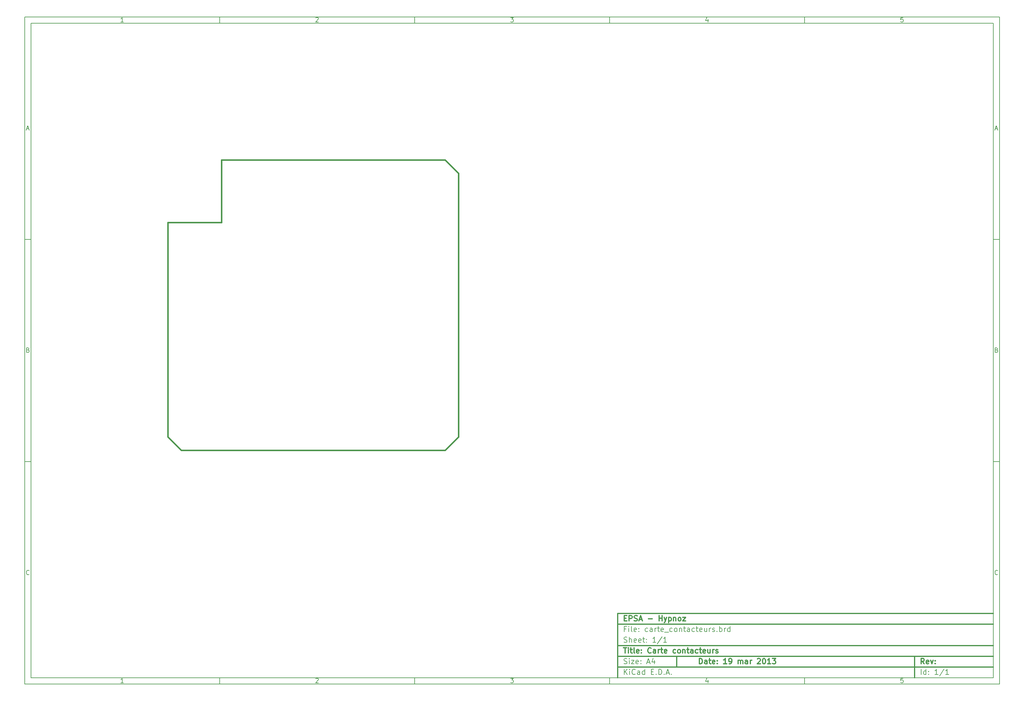
<source format=gbr>
G04 (created by PCBNEW-RS274X (2012-01-19 BZR 3256)-stable) date 19/03/2013 15:11:47*
G01*
G70*
G90*
%MOIN*%
G04 Gerber Fmt 3.4, Leading zero omitted, Abs format*
%FSLAX34Y34*%
G04 APERTURE LIST*
%ADD10C,0.006000*%
%ADD11C,0.012000*%
%ADD12C,0.015000*%
G04 APERTURE END LIST*
G54D10*
X04000Y-04000D02*
X113000Y-04000D01*
X113000Y-78670D01*
X04000Y-78670D01*
X04000Y-04000D01*
X04700Y-04700D02*
X112300Y-04700D01*
X112300Y-77970D01*
X04700Y-77970D01*
X04700Y-04700D01*
X25800Y-04000D02*
X25800Y-04700D01*
X15043Y-04552D02*
X14757Y-04552D01*
X14900Y-04552D02*
X14900Y-04052D01*
X14852Y-04124D01*
X14805Y-04171D01*
X14757Y-04195D01*
X25800Y-78670D02*
X25800Y-77970D01*
X15043Y-78522D02*
X14757Y-78522D01*
X14900Y-78522D02*
X14900Y-78022D01*
X14852Y-78094D01*
X14805Y-78141D01*
X14757Y-78165D01*
X47600Y-04000D02*
X47600Y-04700D01*
X36557Y-04100D02*
X36581Y-04076D01*
X36629Y-04052D01*
X36748Y-04052D01*
X36795Y-04076D01*
X36819Y-04100D01*
X36843Y-04148D01*
X36843Y-04195D01*
X36819Y-04267D01*
X36533Y-04552D01*
X36843Y-04552D01*
X47600Y-78670D02*
X47600Y-77970D01*
X36557Y-78070D02*
X36581Y-78046D01*
X36629Y-78022D01*
X36748Y-78022D01*
X36795Y-78046D01*
X36819Y-78070D01*
X36843Y-78118D01*
X36843Y-78165D01*
X36819Y-78237D01*
X36533Y-78522D01*
X36843Y-78522D01*
X69400Y-04000D02*
X69400Y-04700D01*
X58333Y-04052D02*
X58643Y-04052D01*
X58476Y-04243D01*
X58548Y-04243D01*
X58595Y-04267D01*
X58619Y-04290D01*
X58643Y-04338D01*
X58643Y-04457D01*
X58619Y-04505D01*
X58595Y-04529D01*
X58548Y-04552D01*
X58405Y-04552D01*
X58357Y-04529D01*
X58333Y-04505D01*
X69400Y-78670D02*
X69400Y-77970D01*
X58333Y-78022D02*
X58643Y-78022D01*
X58476Y-78213D01*
X58548Y-78213D01*
X58595Y-78237D01*
X58619Y-78260D01*
X58643Y-78308D01*
X58643Y-78427D01*
X58619Y-78475D01*
X58595Y-78499D01*
X58548Y-78522D01*
X58405Y-78522D01*
X58357Y-78499D01*
X58333Y-78475D01*
X91200Y-04000D02*
X91200Y-04700D01*
X80395Y-04219D02*
X80395Y-04552D01*
X80276Y-04029D02*
X80157Y-04386D01*
X80467Y-04386D01*
X91200Y-78670D02*
X91200Y-77970D01*
X80395Y-78189D02*
X80395Y-78522D01*
X80276Y-77999D02*
X80157Y-78356D01*
X80467Y-78356D01*
X102219Y-04052D02*
X101981Y-04052D01*
X101957Y-04290D01*
X101981Y-04267D01*
X102029Y-04243D01*
X102148Y-04243D01*
X102195Y-04267D01*
X102219Y-04290D01*
X102243Y-04338D01*
X102243Y-04457D01*
X102219Y-04505D01*
X102195Y-04529D01*
X102148Y-04552D01*
X102029Y-04552D01*
X101981Y-04529D01*
X101957Y-04505D01*
X102219Y-78022D02*
X101981Y-78022D01*
X101957Y-78260D01*
X101981Y-78237D01*
X102029Y-78213D01*
X102148Y-78213D01*
X102195Y-78237D01*
X102219Y-78260D01*
X102243Y-78308D01*
X102243Y-78427D01*
X102219Y-78475D01*
X102195Y-78499D01*
X102148Y-78522D01*
X102029Y-78522D01*
X101981Y-78499D01*
X101957Y-78475D01*
X04000Y-28890D02*
X04700Y-28890D01*
X04231Y-16510D02*
X04469Y-16510D01*
X04184Y-16652D02*
X04350Y-16152D01*
X04517Y-16652D01*
X113000Y-28890D02*
X112300Y-28890D01*
X112531Y-16510D02*
X112769Y-16510D01*
X112484Y-16652D02*
X112650Y-16152D01*
X112817Y-16652D01*
X04000Y-53780D02*
X04700Y-53780D01*
X04386Y-41280D02*
X04457Y-41304D01*
X04481Y-41328D01*
X04505Y-41376D01*
X04505Y-41447D01*
X04481Y-41495D01*
X04457Y-41519D01*
X04410Y-41542D01*
X04219Y-41542D01*
X04219Y-41042D01*
X04386Y-41042D01*
X04433Y-41066D01*
X04457Y-41090D01*
X04481Y-41138D01*
X04481Y-41185D01*
X04457Y-41233D01*
X04433Y-41257D01*
X04386Y-41280D01*
X04219Y-41280D01*
X113000Y-53780D02*
X112300Y-53780D01*
X112686Y-41280D02*
X112757Y-41304D01*
X112781Y-41328D01*
X112805Y-41376D01*
X112805Y-41447D01*
X112781Y-41495D01*
X112757Y-41519D01*
X112710Y-41542D01*
X112519Y-41542D01*
X112519Y-41042D01*
X112686Y-41042D01*
X112733Y-41066D01*
X112757Y-41090D01*
X112781Y-41138D01*
X112781Y-41185D01*
X112757Y-41233D01*
X112733Y-41257D01*
X112686Y-41280D01*
X112519Y-41280D01*
X04505Y-66385D02*
X04481Y-66409D01*
X04410Y-66432D01*
X04362Y-66432D01*
X04290Y-66409D01*
X04243Y-66361D01*
X04219Y-66313D01*
X04195Y-66218D01*
X04195Y-66147D01*
X04219Y-66051D01*
X04243Y-66004D01*
X04290Y-65956D01*
X04362Y-65932D01*
X04410Y-65932D01*
X04481Y-65956D01*
X04505Y-65980D01*
X112805Y-66385D02*
X112781Y-66409D01*
X112710Y-66432D01*
X112662Y-66432D01*
X112590Y-66409D01*
X112543Y-66361D01*
X112519Y-66313D01*
X112495Y-66218D01*
X112495Y-66147D01*
X112519Y-66051D01*
X112543Y-66004D01*
X112590Y-65956D01*
X112662Y-65932D01*
X112710Y-65932D01*
X112781Y-65956D01*
X112805Y-65980D01*
G54D11*
X79443Y-76413D02*
X79443Y-75813D01*
X79586Y-75813D01*
X79671Y-75841D01*
X79729Y-75899D01*
X79757Y-75956D01*
X79786Y-76070D01*
X79786Y-76156D01*
X79757Y-76270D01*
X79729Y-76327D01*
X79671Y-76384D01*
X79586Y-76413D01*
X79443Y-76413D01*
X80300Y-76413D02*
X80300Y-76099D01*
X80271Y-76041D01*
X80214Y-76013D01*
X80100Y-76013D01*
X80043Y-76041D01*
X80300Y-76384D02*
X80243Y-76413D01*
X80100Y-76413D01*
X80043Y-76384D01*
X80014Y-76327D01*
X80014Y-76270D01*
X80043Y-76213D01*
X80100Y-76184D01*
X80243Y-76184D01*
X80300Y-76156D01*
X80500Y-76013D02*
X80729Y-76013D01*
X80586Y-75813D02*
X80586Y-76327D01*
X80614Y-76384D01*
X80672Y-76413D01*
X80729Y-76413D01*
X81157Y-76384D02*
X81100Y-76413D01*
X80986Y-76413D01*
X80929Y-76384D01*
X80900Y-76327D01*
X80900Y-76099D01*
X80929Y-76041D01*
X80986Y-76013D01*
X81100Y-76013D01*
X81157Y-76041D01*
X81186Y-76099D01*
X81186Y-76156D01*
X80900Y-76213D01*
X81443Y-76356D02*
X81471Y-76384D01*
X81443Y-76413D01*
X81414Y-76384D01*
X81443Y-76356D01*
X81443Y-76413D01*
X81443Y-76041D02*
X81471Y-76070D01*
X81443Y-76099D01*
X81414Y-76070D01*
X81443Y-76041D01*
X81443Y-76099D01*
X82500Y-76413D02*
X82157Y-76413D01*
X82329Y-76413D02*
X82329Y-75813D01*
X82272Y-75899D01*
X82214Y-75956D01*
X82157Y-75984D01*
X82785Y-76413D02*
X82900Y-76413D01*
X82957Y-76384D01*
X82985Y-76356D01*
X83043Y-76270D01*
X83071Y-76156D01*
X83071Y-75927D01*
X83043Y-75870D01*
X83014Y-75841D01*
X82957Y-75813D01*
X82843Y-75813D01*
X82785Y-75841D01*
X82757Y-75870D01*
X82728Y-75927D01*
X82728Y-76070D01*
X82757Y-76127D01*
X82785Y-76156D01*
X82843Y-76184D01*
X82957Y-76184D01*
X83014Y-76156D01*
X83043Y-76127D01*
X83071Y-76070D01*
X83785Y-76413D02*
X83785Y-76013D01*
X83785Y-76070D02*
X83813Y-76041D01*
X83871Y-76013D01*
X83956Y-76013D01*
X84013Y-76041D01*
X84042Y-76099D01*
X84042Y-76413D01*
X84042Y-76099D02*
X84071Y-76041D01*
X84128Y-76013D01*
X84213Y-76013D01*
X84271Y-76041D01*
X84299Y-76099D01*
X84299Y-76413D01*
X84842Y-76413D02*
X84842Y-76099D01*
X84813Y-76041D01*
X84756Y-76013D01*
X84642Y-76013D01*
X84585Y-76041D01*
X84842Y-76384D02*
X84785Y-76413D01*
X84642Y-76413D01*
X84585Y-76384D01*
X84556Y-76327D01*
X84556Y-76270D01*
X84585Y-76213D01*
X84642Y-76184D01*
X84785Y-76184D01*
X84842Y-76156D01*
X85128Y-76413D02*
X85128Y-76013D01*
X85128Y-76127D02*
X85156Y-76070D01*
X85185Y-76041D01*
X85242Y-76013D01*
X85299Y-76013D01*
X85927Y-75870D02*
X85956Y-75841D01*
X86013Y-75813D01*
X86156Y-75813D01*
X86213Y-75841D01*
X86242Y-75870D01*
X86270Y-75927D01*
X86270Y-75984D01*
X86242Y-76070D01*
X85899Y-76413D01*
X86270Y-76413D01*
X86641Y-75813D02*
X86698Y-75813D01*
X86755Y-75841D01*
X86784Y-75870D01*
X86813Y-75927D01*
X86841Y-76041D01*
X86841Y-76184D01*
X86813Y-76299D01*
X86784Y-76356D01*
X86755Y-76384D01*
X86698Y-76413D01*
X86641Y-76413D01*
X86584Y-76384D01*
X86555Y-76356D01*
X86527Y-76299D01*
X86498Y-76184D01*
X86498Y-76041D01*
X86527Y-75927D01*
X86555Y-75870D01*
X86584Y-75841D01*
X86641Y-75813D01*
X87412Y-76413D02*
X87069Y-76413D01*
X87241Y-76413D02*
X87241Y-75813D01*
X87184Y-75899D01*
X87126Y-75956D01*
X87069Y-75984D01*
X87612Y-75813D02*
X87983Y-75813D01*
X87783Y-76041D01*
X87869Y-76041D01*
X87926Y-76070D01*
X87955Y-76099D01*
X87983Y-76156D01*
X87983Y-76299D01*
X87955Y-76356D01*
X87926Y-76384D01*
X87869Y-76413D01*
X87697Y-76413D01*
X87640Y-76384D01*
X87612Y-76356D01*
G54D10*
X71043Y-77613D02*
X71043Y-77013D01*
X71386Y-77613D02*
X71129Y-77270D01*
X71386Y-77013D02*
X71043Y-77356D01*
X71643Y-77613D02*
X71643Y-77213D01*
X71643Y-77013D02*
X71614Y-77041D01*
X71643Y-77070D01*
X71671Y-77041D01*
X71643Y-77013D01*
X71643Y-77070D01*
X72272Y-77556D02*
X72243Y-77584D01*
X72157Y-77613D01*
X72100Y-77613D01*
X72015Y-77584D01*
X71957Y-77527D01*
X71929Y-77470D01*
X71900Y-77356D01*
X71900Y-77270D01*
X71929Y-77156D01*
X71957Y-77099D01*
X72015Y-77041D01*
X72100Y-77013D01*
X72157Y-77013D01*
X72243Y-77041D01*
X72272Y-77070D01*
X72786Y-77613D02*
X72786Y-77299D01*
X72757Y-77241D01*
X72700Y-77213D01*
X72586Y-77213D01*
X72529Y-77241D01*
X72786Y-77584D02*
X72729Y-77613D01*
X72586Y-77613D01*
X72529Y-77584D01*
X72500Y-77527D01*
X72500Y-77470D01*
X72529Y-77413D01*
X72586Y-77384D01*
X72729Y-77384D01*
X72786Y-77356D01*
X73329Y-77613D02*
X73329Y-77013D01*
X73329Y-77584D02*
X73272Y-77613D01*
X73158Y-77613D01*
X73100Y-77584D01*
X73072Y-77556D01*
X73043Y-77499D01*
X73043Y-77327D01*
X73072Y-77270D01*
X73100Y-77241D01*
X73158Y-77213D01*
X73272Y-77213D01*
X73329Y-77241D01*
X74072Y-77299D02*
X74272Y-77299D01*
X74358Y-77613D02*
X74072Y-77613D01*
X74072Y-77013D01*
X74358Y-77013D01*
X74615Y-77556D02*
X74643Y-77584D01*
X74615Y-77613D01*
X74586Y-77584D01*
X74615Y-77556D01*
X74615Y-77613D01*
X74901Y-77613D02*
X74901Y-77013D01*
X75044Y-77013D01*
X75129Y-77041D01*
X75187Y-77099D01*
X75215Y-77156D01*
X75244Y-77270D01*
X75244Y-77356D01*
X75215Y-77470D01*
X75187Y-77527D01*
X75129Y-77584D01*
X75044Y-77613D01*
X74901Y-77613D01*
X75501Y-77556D02*
X75529Y-77584D01*
X75501Y-77613D01*
X75472Y-77584D01*
X75501Y-77556D01*
X75501Y-77613D01*
X75758Y-77441D02*
X76044Y-77441D01*
X75701Y-77613D02*
X75901Y-77013D01*
X76101Y-77613D01*
X76301Y-77556D02*
X76329Y-77584D01*
X76301Y-77613D01*
X76272Y-77584D01*
X76301Y-77556D01*
X76301Y-77613D01*
G54D11*
X104586Y-76413D02*
X104386Y-76127D01*
X104243Y-76413D02*
X104243Y-75813D01*
X104471Y-75813D01*
X104529Y-75841D01*
X104557Y-75870D01*
X104586Y-75927D01*
X104586Y-76013D01*
X104557Y-76070D01*
X104529Y-76099D01*
X104471Y-76127D01*
X104243Y-76127D01*
X105071Y-76384D02*
X105014Y-76413D01*
X104900Y-76413D01*
X104843Y-76384D01*
X104814Y-76327D01*
X104814Y-76099D01*
X104843Y-76041D01*
X104900Y-76013D01*
X105014Y-76013D01*
X105071Y-76041D01*
X105100Y-76099D01*
X105100Y-76156D01*
X104814Y-76213D01*
X105300Y-76013D02*
X105443Y-76413D01*
X105585Y-76013D01*
X105814Y-76356D02*
X105842Y-76384D01*
X105814Y-76413D01*
X105785Y-76384D01*
X105814Y-76356D01*
X105814Y-76413D01*
X105814Y-76041D02*
X105842Y-76070D01*
X105814Y-76099D01*
X105785Y-76070D01*
X105814Y-76041D01*
X105814Y-76099D01*
G54D10*
X71014Y-76384D02*
X71100Y-76413D01*
X71243Y-76413D01*
X71300Y-76384D01*
X71329Y-76356D01*
X71357Y-76299D01*
X71357Y-76241D01*
X71329Y-76184D01*
X71300Y-76156D01*
X71243Y-76127D01*
X71129Y-76099D01*
X71071Y-76070D01*
X71043Y-76041D01*
X71014Y-75984D01*
X71014Y-75927D01*
X71043Y-75870D01*
X71071Y-75841D01*
X71129Y-75813D01*
X71271Y-75813D01*
X71357Y-75841D01*
X71614Y-76413D02*
X71614Y-76013D01*
X71614Y-75813D02*
X71585Y-75841D01*
X71614Y-75870D01*
X71642Y-75841D01*
X71614Y-75813D01*
X71614Y-75870D01*
X71843Y-76013D02*
X72157Y-76013D01*
X71843Y-76413D01*
X72157Y-76413D01*
X72614Y-76384D02*
X72557Y-76413D01*
X72443Y-76413D01*
X72386Y-76384D01*
X72357Y-76327D01*
X72357Y-76099D01*
X72386Y-76041D01*
X72443Y-76013D01*
X72557Y-76013D01*
X72614Y-76041D01*
X72643Y-76099D01*
X72643Y-76156D01*
X72357Y-76213D01*
X72900Y-76356D02*
X72928Y-76384D01*
X72900Y-76413D01*
X72871Y-76384D01*
X72900Y-76356D01*
X72900Y-76413D01*
X72900Y-76041D02*
X72928Y-76070D01*
X72900Y-76099D01*
X72871Y-76070D01*
X72900Y-76041D01*
X72900Y-76099D01*
X73614Y-76241D02*
X73900Y-76241D01*
X73557Y-76413D02*
X73757Y-75813D01*
X73957Y-76413D01*
X74414Y-76013D02*
X74414Y-76413D01*
X74271Y-75784D02*
X74128Y-76213D01*
X74500Y-76213D01*
X104243Y-77613D02*
X104243Y-77013D01*
X104786Y-77613D02*
X104786Y-77013D01*
X104786Y-77584D02*
X104729Y-77613D01*
X104615Y-77613D01*
X104557Y-77584D01*
X104529Y-77556D01*
X104500Y-77499D01*
X104500Y-77327D01*
X104529Y-77270D01*
X104557Y-77241D01*
X104615Y-77213D01*
X104729Y-77213D01*
X104786Y-77241D01*
X105072Y-77556D02*
X105100Y-77584D01*
X105072Y-77613D01*
X105043Y-77584D01*
X105072Y-77556D01*
X105072Y-77613D01*
X105072Y-77241D02*
X105100Y-77270D01*
X105072Y-77299D01*
X105043Y-77270D01*
X105072Y-77241D01*
X105072Y-77299D01*
X106129Y-77613D02*
X105786Y-77613D01*
X105958Y-77613D02*
X105958Y-77013D01*
X105901Y-77099D01*
X105843Y-77156D01*
X105786Y-77184D01*
X106814Y-76984D02*
X106300Y-77756D01*
X107329Y-77613D02*
X106986Y-77613D01*
X107158Y-77613D02*
X107158Y-77013D01*
X107101Y-77099D01*
X107043Y-77156D01*
X106986Y-77184D01*
G54D11*
X70957Y-74613D02*
X71300Y-74613D01*
X71129Y-75213D02*
X71129Y-74613D01*
X71500Y-75213D02*
X71500Y-74813D01*
X71500Y-74613D02*
X71471Y-74641D01*
X71500Y-74670D01*
X71528Y-74641D01*
X71500Y-74613D01*
X71500Y-74670D01*
X71700Y-74813D02*
X71929Y-74813D01*
X71786Y-74613D02*
X71786Y-75127D01*
X71814Y-75184D01*
X71872Y-75213D01*
X71929Y-75213D01*
X72215Y-75213D02*
X72157Y-75184D01*
X72129Y-75127D01*
X72129Y-74613D01*
X72671Y-75184D02*
X72614Y-75213D01*
X72500Y-75213D01*
X72443Y-75184D01*
X72414Y-75127D01*
X72414Y-74899D01*
X72443Y-74841D01*
X72500Y-74813D01*
X72614Y-74813D01*
X72671Y-74841D01*
X72700Y-74899D01*
X72700Y-74956D01*
X72414Y-75013D01*
X72957Y-75156D02*
X72985Y-75184D01*
X72957Y-75213D01*
X72928Y-75184D01*
X72957Y-75156D01*
X72957Y-75213D01*
X72957Y-74841D02*
X72985Y-74870D01*
X72957Y-74899D01*
X72928Y-74870D01*
X72957Y-74841D01*
X72957Y-74899D01*
X74043Y-75156D02*
X74014Y-75184D01*
X73928Y-75213D01*
X73871Y-75213D01*
X73786Y-75184D01*
X73728Y-75127D01*
X73700Y-75070D01*
X73671Y-74956D01*
X73671Y-74870D01*
X73700Y-74756D01*
X73728Y-74699D01*
X73786Y-74641D01*
X73871Y-74613D01*
X73928Y-74613D01*
X74014Y-74641D01*
X74043Y-74670D01*
X74557Y-75213D02*
X74557Y-74899D01*
X74528Y-74841D01*
X74471Y-74813D01*
X74357Y-74813D01*
X74300Y-74841D01*
X74557Y-75184D02*
X74500Y-75213D01*
X74357Y-75213D01*
X74300Y-75184D01*
X74271Y-75127D01*
X74271Y-75070D01*
X74300Y-75013D01*
X74357Y-74984D01*
X74500Y-74984D01*
X74557Y-74956D01*
X74843Y-75213D02*
X74843Y-74813D01*
X74843Y-74927D02*
X74871Y-74870D01*
X74900Y-74841D01*
X74957Y-74813D01*
X75014Y-74813D01*
X75128Y-74813D02*
X75357Y-74813D01*
X75214Y-74613D02*
X75214Y-75127D01*
X75242Y-75184D01*
X75300Y-75213D01*
X75357Y-75213D01*
X75785Y-75184D02*
X75728Y-75213D01*
X75614Y-75213D01*
X75557Y-75184D01*
X75528Y-75127D01*
X75528Y-74899D01*
X75557Y-74841D01*
X75614Y-74813D01*
X75728Y-74813D01*
X75785Y-74841D01*
X75814Y-74899D01*
X75814Y-74956D01*
X75528Y-75013D01*
X76785Y-75184D02*
X76728Y-75213D01*
X76614Y-75213D01*
X76556Y-75184D01*
X76528Y-75156D01*
X76499Y-75099D01*
X76499Y-74927D01*
X76528Y-74870D01*
X76556Y-74841D01*
X76614Y-74813D01*
X76728Y-74813D01*
X76785Y-74841D01*
X77128Y-75213D02*
X77070Y-75184D01*
X77042Y-75156D01*
X77013Y-75099D01*
X77013Y-74927D01*
X77042Y-74870D01*
X77070Y-74841D01*
X77128Y-74813D01*
X77213Y-74813D01*
X77270Y-74841D01*
X77299Y-74870D01*
X77328Y-74927D01*
X77328Y-75099D01*
X77299Y-75156D01*
X77270Y-75184D01*
X77213Y-75213D01*
X77128Y-75213D01*
X77585Y-74813D02*
X77585Y-75213D01*
X77585Y-74870D02*
X77613Y-74841D01*
X77671Y-74813D01*
X77756Y-74813D01*
X77813Y-74841D01*
X77842Y-74899D01*
X77842Y-75213D01*
X78042Y-74813D02*
X78271Y-74813D01*
X78128Y-74613D02*
X78128Y-75127D01*
X78156Y-75184D01*
X78214Y-75213D01*
X78271Y-75213D01*
X78728Y-75213D02*
X78728Y-74899D01*
X78699Y-74841D01*
X78642Y-74813D01*
X78528Y-74813D01*
X78471Y-74841D01*
X78728Y-75184D02*
X78671Y-75213D01*
X78528Y-75213D01*
X78471Y-75184D01*
X78442Y-75127D01*
X78442Y-75070D01*
X78471Y-75013D01*
X78528Y-74984D01*
X78671Y-74984D01*
X78728Y-74956D01*
X79271Y-75184D02*
X79214Y-75213D01*
X79100Y-75213D01*
X79042Y-75184D01*
X79014Y-75156D01*
X78985Y-75099D01*
X78985Y-74927D01*
X79014Y-74870D01*
X79042Y-74841D01*
X79100Y-74813D01*
X79214Y-74813D01*
X79271Y-74841D01*
X79442Y-74813D02*
X79671Y-74813D01*
X79528Y-74613D02*
X79528Y-75127D01*
X79556Y-75184D01*
X79614Y-75213D01*
X79671Y-75213D01*
X80099Y-75184D02*
X80042Y-75213D01*
X79928Y-75213D01*
X79871Y-75184D01*
X79842Y-75127D01*
X79842Y-74899D01*
X79871Y-74841D01*
X79928Y-74813D01*
X80042Y-74813D01*
X80099Y-74841D01*
X80128Y-74899D01*
X80128Y-74956D01*
X79842Y-75013D01*
X80642Y-74813D02*
X80642Y-75213D01*
X80385Y-74813D02*
X80385Y-75127D01*
X80413Y-75184D01*
X80471Y-75213D01*
X80556Y-75213D01*
X80613Y-75184D01*
X80642Y-75156D01*
X80928Y-75213D02*
X80928Y-74813D01*
X80928Y-74927D02*
X80956Y-74870D01*
X80985Y-74841D01*
X81042Y-74813D01*
X81099Y-74813D01*
X81270Y-75184D02*
X81327Y-75213D01*
X81442Y-75213D01*
X81499Y-75184D01*
X81527Y-75127D01*
X81527Y-75099D01*
X81499Y-75041D01*
X81442Y-75013D01*
X81356Y-75013D01*
X81299Y-74984D01*
X81270Y-74927D01*
X81270Y-74899D01*
X81299Y-74841D01*
X81356Y-74813D01*
X81442Y-74813D01*
X81499Y-74841D01*
G54D10*
X71243Y-72499D02*
X71043Y-72499D01*
X71043Y-72813D02*
X71043Y-72213D01*
X71329Y-72213D01*
X71557Y-72813D02*
X71557Y-72413D01*
X71557Y-72213D02*
X71528Y-72241D01*
X71557Y-72270D01*
X71585Y-72241D01*
X71557Y-72213D01*
X71557Y-72270D01*
X71929Y-72813D02*
X71871Y-72784D01*
X71843Y-72727D01*
X71843Y-72213D01*
X72385Y-72784D02*
X72328Y-72813D01*
X72214Y-72813D01*
X72157Y-72784D01*
X72128Y-72727D01*
X72128Y-72499D01*
X72157Y-72441D01*
X72214Y-72413D01*
X72328Y-72413D01*
X72385Y-72441D01*
X72414Y-72499D01*
X72414Y-72556D01*
X72128Y-72613D01*
X72671Y-72756D02*
X72699Y-72784D01*
X72671Y-72813D01*
X72642Y-72784D01*
X72671Y-72756D01*
X72671Y-72813D01*
X72671Y-72441D02*
X72699Y-72470D01*
X72671Y-72499D01*
X72642Y-72470D01*
X72671Y-72441D01*
X72671Y-72499D01*
X73671Y-72784D02*
X73614Y-72813D01*
X73500Y-72813D01*
X73442Y-72784D01*
X73414Y-72756D01*
X73385Y-72699D01*
X73385Y-72527D01*
X73414Y-72470D01*
X73442Y-72441D01*
X73500Y-72413D01*
X73614Y-72413D01*
X73671Y-72441D01*
X74185Y-72813D02*
X74185Y-72499D01*
X74156Y-72441D01*
X74099Y-72413D01*
X73985Y-72413D01*
X73928Y-72441D01*
X74185Y-72784D02*
X74128Y-72813D01*
X73985Y-72813D01*
X73928Y-72784D01*
X73899Y-72727D01*
X73899Y-72670D01*
X73928Y-72613D01*
X73985Y-72584D01*
X74128Y-72584D01*
X74185Y-72556D01*
X74471Y-72813D02*
X74471Y-72413D01*
X74471Y-72527D02*
X74499Y-72470D01*
X74528Y-72441D01*
X74585Y-72413D01*
X74642Y-72413D01*
X74756Y-72413D02*
X74985Y-72413D01*
X74842Y-72213D02*
X74842Y-72727D01*
X74870Y-72784D01*
X74928Y-72813D01*
X74985Y-72813D01*
X75413Y-72784D02*
X75356Y-72813D01*
X75242Y-72813D01*
X75185Y-72784D01*
X75156Y-72727D01*
X75156Y-72499D01*
X75185Y-72441D01*
X75242Y-72413D01*
X75356Y-72413D01*
X75413Y-72441D01*
X75442Y-72499D01*
X75442Y-72556D01*
X75156Y-72613D01*
X75556Y-72870D02*
X76013Y-72870D01*
X76413Y-72784D02*
X76356Y-72813D01*
X76242Y-72813D01*
X76184Y-72784D01*
X76156Y-72756D01*
X76127Y-72699D01*
X76127Y-72527D01*
X76156Y-72470D01*
X76184Y-72441D01*
X76242Y-72413D01*
X76356Y-72413D01*
X76413Y-72441D01*
X76756Y-72813D02*
X76698Y-72784D01*
X76670Y-72756D01*
X76641Y-72699D01*
X76641Y-72527D01*
X76670Y-72470D01*
X76698Y-72441D01*
X76756Y-72413D01*
X76841Y-72413D01*
X76898Y-72441D01*
X76927Y-72470D01*
X76956Y-72527D01*
X76956Y-72699D01*
X76927Y-72756D01*
X76898Y-72784D01*
X76841Y-72813D01*
X76756Y-72813D01*
X77213Y-72413D02*
X77213Y-72813D01*
X77213Y-72470D02*
X77241Y-72441D01*
X77299Y-72413D01*
X77384Y-72413D01*
X77441Y-72441D01*
X77470Y-72499D01*
X77470Y-72813D01*
X77670Y-72413D02*
X77899Y-72413D01*
X77756Y-72213D02*
X77756Y-72727D01*
X77784Y-72784D01*
X77842Y-72813D01*
X77899Y-72813D01*
X78356Y-72813D02*
X78356Y-72499D01*
X78327Y-72441D01*
X78270Y-72413D01*
X78156Y-72413D01*
X78099Y-72441D01*
X78356Y-72784D02*
X78299Y-72813D01*
X78156Y-72813D01*
X78099Y-72784D01*
X78070Y-72727D01*
X78070Y-72670D01*
X78099Y-72613D01*
X78156Y-72584D01*
X78299Y-72584D01*
X78356Y-72556D01*
X78899Y-72784D02*
X78842Y-72813D01*
X78728Y-72813D01*
X78670Y-72784D01*
X78642Y-72756D01*
X78613Y-72699D01*
X78613Y-72527D01*
X78642Y-72470D01*
X78670Y-72441D01*
X78728Y-72413D01*
X78842Y-72413D01*
X78899Y-72441D01*
X79070Y-72413D02*
X79299Y-72413D01*
X79156Y-72213D02*
X79156Y-72727D01*
X79184Y-72784D01*
X79242Y-72813D01*
X79299Y-72813D01*
X79727Y-72784D02*
X79670Y-72813D01*
X79556Y-72813D01*
X79499Y-72784D01*
X79470Y-72727D01*
X79470Y-72499D01*
X79499Y-72441D01*
X79556Y-72413D01*
X79670Y-72413D01*
X79727Y-72441D01*
X79756Y-72499D01*
X79756Y-72556D01*
X79470Y-72613D01*
X80270Y-72413D02*
X80270Y-72813D01*
X80013Y-72413D02*
X80013Y-72727D01*
X80041Y-72784D01*
X80099Y-72813D01*
X80184Y-72813D01*
X80241Y-72784D01*
X80270Y-72756D01*
X80556Y-72813D02*
X80556Y-72413D01*
X80556Y-72527D02*
X80584Y-72470D01*
X80613Y-72441D01*
X80670Y-72413D01*
X80727Y-72413D01*
X80898Y-72784D02*
X80955Y-72813D01*
X81070Y-72813D01*
X81127Y-72784D01*
X81155Y-72727D01*
X81155Y-72699D01*
X81127Y-72641D01*
X81070Y-72613D01*
X80984Y-72613D01*
X80927Y-72584D01*
X80898Y-72527D01*
X80898Y-72499D01*
X80927Y-72441D01*
X80984Y-72413D01*
X81070Y-72413D01*
X81127Y-72441D01*
X81413Y-72756D02*
X81441Y-72784D01*
X81413Y-72813D01*
X81384Y-72784D01*
X81413Y-72756D01*
X81413Y-72813D01*
X81699Y-72813D02*
X81699Y-72213D01*
X81699Y-72441D02*
X81756Y-72413D01*
X81870Y-72413D01*
X81927Y-72441D01*
X81956Y-72470D01*
X81985Y-72527D01*
X81985Y-72699D01*
X81956Y-72756D01*
X81927Y-72784D01*
X81870Y-72813D01*
X81756Y-72813D01*
X81699Y-72784D01*
X82242Y-72813D02*
X82242Y-72413D01*
X82242Y-72527D02*
X82270Y-72470D01*
X82299Y-72441D01*
X82356Y-72413D01*
X82413Y-72413D01*
X82870Y-72813D02*
X82870Y-72213D01*
X82870Y-72784D02*
X82813Y-72813D01*
X82699Y-72813D01*
X82641Y-72784D01*
X82613Y-72756D01*
X82584Y-72699D01*
X82584Y-72527D01*
X82613Y-72470D01*
X82641Y-72441D01*
X82699Y-72413D01*
X82813Y-72413D01*
X82870Y-72441D01*
X71014Y-73984D02*
X71100Y-74013D01*
X71243Y-74013D01*
X71300Y-73984D01*
X71329Y-73956D01*
X71357Y-73899D01*
X71357Y-73841D01*
X71329Y-73784D01*
X71300Y-73756D01*
X71243Y-73727D01*
X71129Y-73699D01*
X71071Y-73670D01*
X71043Y-73641D01*
X71014Y-73584D01*
X71014Y-73527D01*
X71043Y-73470D01*
X71071Y-73441D01*
X71129Y-73413D01*
X71271Y-73413D01*
X71357Y-73441D01*
X71614Y-74013D02*
X71614Y-73413D01*
X71871Y-74013D02*
X71871Y-73699D01*
X71842Y-73641D01*
X71785Y-73613D01*
X71700Y-73613D01*
X71642Y-73641D01*
X71614Y-73670D01*
X72385Y-73984D02*
X72328Y-74013D01*
X72214Y-74013D01*
X72157Y-73984D01*
X72128Y-73927D01*
X72128Y-73699D01*
X72157Y-73641D01*
X72214Y-73613D01*
X72328Y-73613D01*
X72385Y-73641D01*
X72414Y-73699D01*
X72414Y-73756D01*
X72128Y-73813D01*
X72899Y-73984D02*
X72842Y-74013D01*
X72728Y-74013D01*
X72671Y-73984D01*
X72642Y-73927D01*
X72642Y-73699D01*
X72671Y-73641D01*
X72728Y-73613D01*
X72842Y-73613D01*
X72899Y-73641D01*
X72928Y-73699D01*
X72928Y-73756D01*
X72642Y-73813D01*
X73099Y-73613D02*
X73328Y-73613D01*
X73185Y-73413D02*
X73185Y-73927D01*
X73213Y-73984D01*
X73271Y-74013D01*
X73328Y-74013D01*
X73528Y-73956D02*
X73556Y-73984D01*
X73528Y-74013D01*
X73499Y-73984D01*
X73528Y-73956D01*
X73528Y-74013D01*
X73528Y-73641D02*
X73556Y-73670D01*
X73528Y-73699D01*
X73499Y-73670D01*
X73528Y-73641D01*
X73528Y-73699D01*
X74585Y-74013D02*
X74242Y-74013D01*
X74414Y-74013D02*
X74414Y-73413D01*
X74357Y-73499D01*
X74299Y-73556D01*
X74242Y-73584D01*
X75270Y-73384D02*
X74756Y-74156D01*
X75785Y-74013D02*
X75442Y-74013D01*
X75614Y-74013D02*
X75614Y-73413D01*
X75557Y-73499D01*
X75499Y-73556D01*
X75442Y-73584D01*
G54D11*
X71043Y-71299D02*
X71243Y-71299D01*
X71329Y-71613D02*
X71043Y-71613D01*
X71043Y-71013D01*
X71329Y-71013D01*
X71586Y-71613D02*
X71586Y-71013D01*
X71814Y-71013D01*
X71872Y-71041D01*
X71900Y-71070D01*
X71929Y-71127D01*
X71929Y-71213D01*
X71900Y-71270D01*
X71872Y-71299D01*
X71814Y-71327D01*
X71586Y-71327D01*
X72157Y-71584D02*
X72243Y-71613D01*
X72386Y-71613D01*
X72443Y-71584D01*
X72472Y-71556D01*
X72500Y-71499D01*
X72500Y-71441D01*
X72472Y-71384D01*
X72443Y-71356D01*
X72386Y-71327D01*
X72272Y-71299D01*
X72214Y-71270D01*
X72186Y-71241D01*
X72157Y-71184D01*
X72157Y-71127D01*
X72186Y-71070D01*
X72214Y-71041D01*
X72272Y-71013D01*
X72414Y-71013D01*
X72500Y-71041D01*
X72728Y-71441D02*
X73014Y-71441D01*
X72671Y-71613D02*
X72871Y-71013D01*
X73071Y-71613D01*
X73728Y-71384D02*
X74185Y-71384D01*
X74928Y-71613D02*
X74928Y-71013D01*
X74928Y-71299D02*
X75271Y-71299D01*
X75271Y-71613D02*
X75271Y-71013D01*
X75500Y-71213D02*
X75643Y-71613D01*
X75785Y-71213D02*
X75643Y-71613D01*
X75585Y-71756D01*
X75557Y-71784D01*
X75500Y-71813D01*
X76014Y-71213D02*
X76014Y-71813D01*
X76014Y-71241D02*
X76071Y-71213D01*
X76185Y-71213D01*
X76242Y-71241D01*
X76271Y-71270D01*
X76300Y-71327D01*
X76300Y-71499D01*
X76271Y-71556D01*
X76242Y-71584D01*
X76185Y-71613D01*
X76071Y-71613D01*
X76014Y-71584D01*
X76557Y-71213D02*
X76557Y-71613D01*
X76557Y-71270D02*
X76585Y-71241D01*
X76643Y-71213D01*
X76728Y-71213D01*
X76785Y-71241D01*
X76814Y-71299D01*
X76814Y-71613D01*
X77186Y-71613D02*
X77128Y-71584D01*
X77100Y-71556D01*
X77071Y-71499D01*
X77071Y-71327D01*
X77100Y-71270D01*
X77128Y-71241D01*
X77186Y-71213D01*
X77271Y-71213D01*
X77328Y-71241D01*
X77357Y-71270D01*
X77386Y-71327D01*
X77386Y-71499D01*
X77357Y-71556D01*
X77328Y-71584D01*
X77271Y-71613D01*
X77186Y-71613D01*
X77586Y-71213D02*
X77900Y-71213D01*
X77586Y-71613D01*
X77900Y-71613D01*
X70300Y-70770D02*
X70300Y-77970D01*
X70300Y-71970D02*
X112300Y-71970D01*
X70300Y-70770D02*
X112300Y-70770D01*
X70300Y-74370D02*
X112300Y-74370D01*
X103500Y-75570D02*
X103500Y-77970D01*
X70300Y-76770D02*
X112300Y-76770D01*
X70300Y-75570D02*
X112300Y-75570D01*
X76900Y-75570D02*
X76900Y-76770D01*
G54D12*
X26000Y-27000D02*
X26000Y-20000D01*
X20000Y-27000D02*
X26000Y-27000D01*
X20000Y-51000D02*
X20000Y-27000D01*
X21500Y-52500D02*
X20000Y-51000D01*
X51000Y-52500D02*
X21500Y-52500D01*
X52500Y-51000D02*
X51000Y-52500D01*
X52500Y-21500D02*
X52500Y-51000D01*
X51000Y-20000D02*
X52500Y-21500D01*
X26000Y-20000D02*
X51000Y-20000D01*
M02*

</source>
